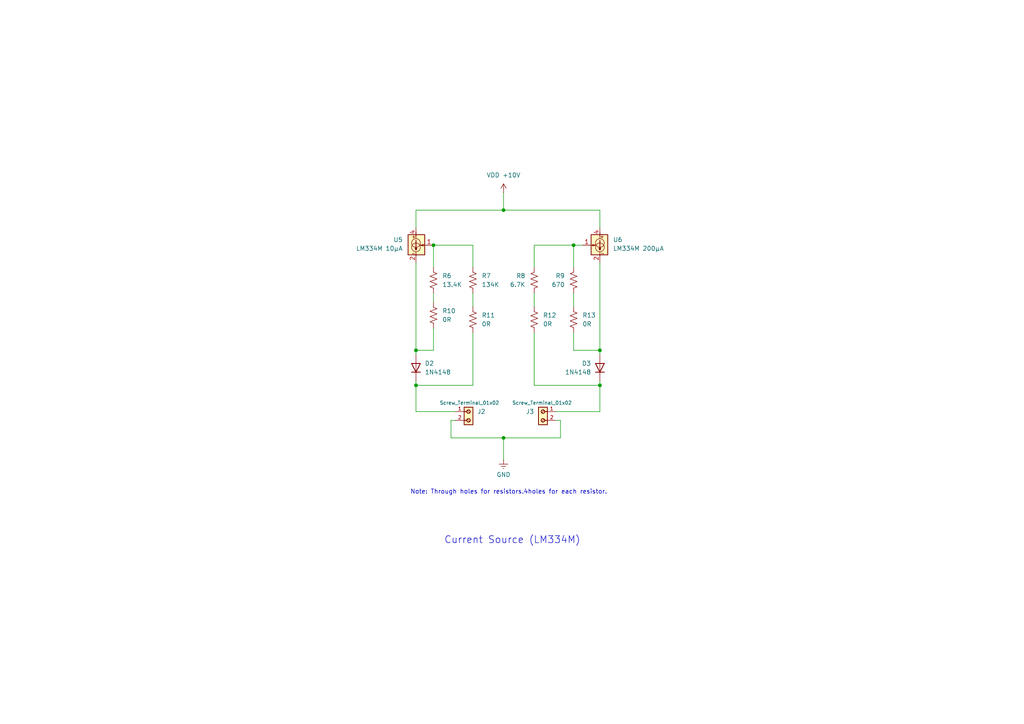
<source format=kicad_sch>
(kicad_sch (version 20250114) (generator "eeschema") (generator_version "9.0")
  (paper "A4")
  (lib_symbols
    (symbol "Device:R_US" (pin_numbers (hide yes)) (pin_names (offset 0))
      (property "Reference" "R" (at 2.54 0 90))
      (property "Value" "R_US" (at -2.54 0 90))
      (symbol "R_US_0_1"
        (polyline (pts (xy 0 2.286) (xy 0 2.54)))
        (polyline (pts (xy 0 2.286) (xy 1.016 1.905) (xy 0 1.524) (xy -1.016 1.143) (xy 0 0.762)))
        (polyline (pts (xy 0 0.762) (xy 1.016 0.381) (xy 0 0) (xy -1.016 -0.381) (xy 0 -0.762)))
        (polyline (pts (xy 0 -0.762) (xy 1.016 -1.143) (xy 0 -1.524) (xy -1.016 -1.905) (xy 0 -2.286)))
        (polyline (pts (xy 0 -2.286) (xy 0 -2.54)))
      )
      (symbol "R_US_1_1"
        (pin passive line (at 0 3.81 270) (length 1.27) (name "~") (number "1"))
        (pin passive line (at 0 -3.81 90) (length 1.27) (name "~") (number "2"))
      )
    )
    (symbol "Diode:1N4148" (pin_numbers (hide yes)) (pin_names (hide yes))
      (property "Reference" "D" (at 0 2.54 0))
      (property "Value" "1N4148" (at 0 -2.54 0))
      (symbol "1N4148_0_1"
        (polyline (pts (xy -1.27 1.27) (xy -1.27 -1.27)) (stroke (width 0.254)))
        (polyline (pts (xy 1.27 1.27) (xy 1.27 -1.27) (xy -1.27 0) (xy 1.27 1.27)) (stroke (width 0.254)))
        (polyline (pts (xy 1.27 0) (xy -1.27 0)))
      )
      (symbol "1N4148_1_1"
        (pin passive line (at -3.81 0 0) (length 2.54) (name "K") (number "1"))
        (pin passive line (at 3.81 0 180) (length 2.54) (name "A") (number "2"))
      )
    )
    (symbol "Earr_loggy_sym_lib:691137710002" (pin_names (offset 1.016))
      (property "Reference" "J" (at -4.88 -0.922 0))
      (property "Value" "691137710002" (at -4.83 -2.58 0))
      (symbol "691137710002_0_0"
        (rectangle (start -3.81 -2.54) (end 1.27 0) (stroke (width 0.254)) (fill (type background)))
        (circle (center -2.54 -1.27) (radius 0.508) (stroke (width 0.254)))
        (polyline (pts (xy -2.54 -1.778) (xy -2.54 -2.54)) (stroke (width 0.254)))
        (polyline (pts (xy -2.286 -1.016) (xy -2.794 -1.524)) (stroke (width 0.1524)))
        (circle (center 0 -1.27) (radius 0.508) (stroke (width 0.254)))
        (polyline (pts (xy 0 -1.778) (xy 0 -2.54)) (stroke (width 0.254)))
        (polyline (pts (xy 0.254 -1.016) (xy -0.254 -1.524)) (stroke (width 0.1524)))
        (pin passive line (at -2.54 -5.08 90) (length 2.54) (name "~") (number "1"))
        (pin passive line (at 0 -5.08 90) (length 2.54) (name "~") (number "2"))
      )
    )
    (symbol "Reference_Current:LM334M"
      (property "Reference" "U" (at 0.635 6.35 0))
      (property "Value" "LM334M" (at 0.635 4.445 0))
      (symbol "LM334M_0_1"
        (rectangle (start -2.286 3.048) (end 2.54 -2.794) (stroke (width 0.254)) (fill (type background)))
        (polyline (pts (xy -1.143 -2.413) (xy -0.381 -2.413)))
        (polyline (pts (xy -1.016 2.413) (xy -0.254 2.413)))
        (polyline (pts (xy -0.635 2.794) (xy -0.635 2.032)))
        (polyline (pts (xy 0 3.81) (xy 0 1.905)))
        (polyline (pts (xy 0 1.397) (xy 0 -1.397)) (stroke (width 0.254)))
        (circle (center 0 0.635) (radius 1.27))
        (circle (center 0 -0.635) (radius 1.27))
        (polyline (pts (xy 0 -1.397) (xy -0.254 -0.889) (xy 0.254 -0.889) (xy 0 -1.397)) (stroke (width 0.254)))
        (polyline (pts (xy 0 -1.905) (xy 0 -3.175)))
        (polyline (pts (xy 1.27 0) (xy 2.159 0.254) (xy 2.159 -0.254) (xy 1.27 0)))
        (polyline (pts (xy 5.08 0) (xy 1.27 0)))
      )
      (symbol "LM334M_1_1"
        (pin passive line (at 0 5.08 270) (length 2.54) (name "~") (number "4"))
        (pin passive line (at 0 -5.08 90) (length 2.54) (name "~") (number "2"))
        (pin passive line (at 0 -5.08 90) (length 2.54) (hide yes) (name "~") (number "3"))
        (pin passive line (at 0 -5.08 90) (length 2.54) (hide yes) (name "~") (number "6"))
        (pin passive line (at 0 -5.08 90) (length 2.54) (hide yes) (name "~") (number "7"))
        (pin passive line (at 5.08 0 180) (length 2.54) (name "~") (number "1"))
      )
    )
    (symbol "power:Earth" (power) (pin_numbers (hide yes)) (pin_names (offset 0) (hide yes))
      (property "Value" "Earth" (at 0 -3.81 0))
      (symbol "Earth_0_1"
        (polyline (pts (xy -0.635 -1.905) (xy 0.635 -1.905)))
        (polyline (pts (xy -0.127 -2.54) (xy 0.127 -2.54)))
        (polyline (pts (xy 0 -1.27) (xy 0 0)))
        (polyline (pts (xy 1.27 -1.27) (xy -1.27 -1.27)))
      )
      (symbol "Earth_1_1"
        (pin power_in line (at 0 0 270) (length 0) (name "~") (number "1"))
      )
    )
    (symbol "power:VDD" (power) (pin_numbers (hide yes)) (pin_names (offset 0) (hide yes))
      (property "Value" "VDD" (at 0 3.556 0))
      (symbol "VDD_0_1"
        (polyline (pts (xy -0.762 1.27) (xy 0 2.54)))
        (polyline (pts (xy 0 2.54) (xy 0.762 1.27)))
        (polyline (pts (xy 0 0) (xy 0 2.54)))
      )
      (symbol "VDD_1_1"
        (pin power_in line (at 0 0 90) (length 0) (name "~") (number "1"))
      )
    )
  )
  (text "Note: Through holes for resistors.4holes for each resistor." (at 147.574 142.748 0) (effects (font (size 1.27 1.27))))
  (text "Current Source (LM334M)" (at 148.59 156.718 0) (effects (font (size 2.032 2.032))))
  (junction (at 173.99 111.76))
  (junction (at 120.65 111.76))
  (junction (at 146.05 60.96))
  (junction (at 173.99 101.6))
  (junction (at 166.37 71.12))
  (junction (at 120.65 101.6))
  (junction (at 146.05 127))
  (junction (at 125.73 71.12))
  (wire (pts (xy 130.81 127) (xy 146.05 127)))
  (wire (pts (xy 154.94 71.12) (xy 154.94 77.47)))
  (wire (pts (xy 146.05 60.96) (xy 173.99 60.96)))
  (wire (pts (xy 125.73 71.12) (xy 137.16 71.12)))
  (wire (pts (xy 146.05 55.88) (xy 146.05 60.96)))
  (wire (pts (xy 146.05 133.35) (xy 146.05 127)))
  (wire (pts (xy 125.73 101.6) (xy 120.65 101.6)))
  (wire (pts (xy 137.16 111.76) (xy 137.16 96.52)))
  (wire (pts (xy 120.65 111.76) (xy 120.65 119.38)))
  (wire (pts (xy 125.73 95.25) (xy 125.73 101.6)))
  (wire (pts (xy 154.94 96.52) (xy 154.94 111.76)))
  (wire (pts (xy 120.65 111.76) (xy 137.16 111.76)))
  (wire (pts (xy 120.65 60.96) (xy 120.65 66.04)))
  (wire (pts (xy 120.65 101.6) (xy 120.65 102.87)))
  (wire (pts (xy 154.94 85.09) (xy 154.94 88.9)))
  (wire (pts (xy 120.65 60.96) (xy 146.05 60.96)))
  (wire (pts (xy 173.99 111.76) (xy 173.99 119.38)))
  (wire (pts (xy 130.81 121.92) (xy 132.08 121.92)))
  (wire (pts (xy 166.37 101.6) (xy 173.99 101.6)))
  (wire (pts (xy 125.73 71.12) (xy 125.73 77.47)))
  (wire (pts (xy 137.16 71.12) (xy 137.16 77.47)))
  (wire (pts (xy 146.05 127) (xy 162.56 127)))
  (wire (pts (xy 168.91 71.12) (xy 166.37 71.12)))
  (wire (pts (xy 166.37 71.12) (xy 154.94 71.12)))
  (wire (pts (xy 161.29 119.38) (xy 173.99 119.38)))
  (wire (pts (xy 173.99 60.96) (xy 173.99 66.04)))
  (wire (pts (xy 162.56 121.92) (xy 161.29 121.92)))
  (wire (pts (xy 120.65 101.6) (xy 120.65 76.2)))
  (wire (pts (xy 125.73 85.09) (xy 125.73 87.63)))
  (wire (pts (xy 166.37 101.6) (xy 166.37 96.52)))
  (wire (pts (xy 166.37 88.9) (xy 166.37 85.09)))
  (wire (pts (xy 173.99 101.6) (xy 173.99 102.87)))
  (wire (pts (xy 154.94 111.76) (xy 173.99 111.76)))
  (wire (pts (xy 130.81 121.92) (xy 130.81 127)))
  (wire (pts (xy 120.65 119.38) (xy 132.08 119.38)))
  (wire (pts (xy 173.99 76.2) (xy 173.99 101.6)))
  (wire (pts (xy 162.56 127) (xy 162.56 121.92)))
  (wire (pts (xy 137.16 88.9) (xy 137.16 85.09)))
  (wire (pts (xy 120.65 110.49) (xy 120.65 111.76)))
  (wire (pts (xy 166.37 71.12) (xy 166.37 77.47)))
  (wire (pts (xy 173.99 110.49) (xy 173.99 111.76)))
  (symbol (lib_id "Device:R_US") (at 125.73 91.44 180) (unit 1)
    (property "Reference" "R10" (at 128.27 90.1699 0) (effects (justify right)))
    (property "Value" "0R" (at 128.27 92.7099 0) (effects (justify right)))
    (property "Footprint" "Resistor_THT:R_Axial_DIN0207_L6.3mm_D2.5mm_P10.16mm_Horizontal" (effects (hide yes)))
    (property "Description" "Resistor, US symbol" (effects (hide yes)))
  )
  (symbol (lib_id "Diode:1N4148") (at 120.65 106.68 90) (unit 1)
    (property "Reference" "D2" (at 123.19 105.4099 90) (effects (justify right)))
    (property "Value" "1N4148" (at 123.19 107.9499 90) (effects (justify right)))
    (property "Footprint" "Diode_THT:D_DO-35_SOD27_P7.62mm_Horizontal" (effects (hide yes)))
    (property "Datasheet" "https://assets.nexperia.com/documents/data-sheet/1N4148_1N4448.pdf" (effects (hide yes)))
    (property "Description" "100V 0.15A standard switching diode, DO-35" (effects (hide yes)))
    (property "Sim.Device" "D" (effects (hide yes)))
    (property "Sim.Pins" "1=K 2=A" (effects (hide yes)))
  )
  (symbol (lib_id "Device:R_US") (at 154.94 81.28 0) (mirror y) (unit 1)
    (property "Reference" "R8" (at 152.4 80.0099 0) (effects (justify left)))
    (property "Value" "6.7K" (at 152.4 82.5499 0) (effects (justify left)))
    (property "Footprint" "Resistor_THT:R_Axial_DIN0207_L6.3mm_D2.5mm_P10.16mm_Horizontal" (effects (hide yes)))
    (property "Description" "Resistor, US symbol" (effects (hide yes)))
  )
  (symbol (lib_id "Reference_Current:LM334M") (at 173.99 71.12 0) (mirror y) (unit 1)
    (property "Reference" "U6" (at 177.8 69.5324 0) (effects (justify right)))
    (property "Value" "LM334M 200 µA" (at 177.8 72.0724 0) (effects (justify right)))
    (property "Footprint" "Package_SO:SOIC-8_3.9x4.9mm_P1.27mm" (effects (hide yes)))
    (property "Datasheet" "http://www.ti.com/lit/ds/symlink/lm134.pdf" (effects (hide yes)))
    (property "Description" "1μA to 10mA 3-Terminal Adjustable Current Source, SO-8" (effects (hide yes)))
  )
  (symbol (lib_id "Device:R_US") (at 166.37 92.71 180) (unit 1)
    (property "Reference" "R13" (at 168.91 91.4399 0) (effects (justify right)))
    (property "Value" "0R" (at 168.91 93.9799 0) (effects (justify right)))
    (property "Footprint" "Resistor_THT:R_Axial_DIN0207_L6.3mm_D2.5mm_P10.16mm_Horizontal" (effects (hide yes)))
    (property "Description" "Resistor, US symbol" (effects (hide yes)))
  )
  (symbol (lib_id "power:VDD") (at 146.05 55.88 0) (unit 1)
    (property "Reference" "#PWR01" (effects (hide yes)))
    (property "Value" "VDD +10V" (at 146.05 50.8 0))
    (property "Description" "Power symbol creates a global label with name \"VDD\"" (effects (hide yes)))
  )
  (symbol (lib_id "Device:R_US") (at 125.73 81.28 180) (unit 1)
    (property "Reference" "R6" (at 128.27 80.0099 0) (effects (justify right)))
    (property "Value" "13.4K" (at 128.27 82.5499 0) (effects (justify right)))
    (property "Footprint" "Resistor_THT:R_Axial_DIN0207_L6.3mm_D2.5mm_P10.16mm_Horizontal" (effects (hide yes)))
    (property "Description" "Resistor, US symbol" (effects (hide yes)))
  )
  (symbol (lib_id "Device:R_US") (at 166.37 81.28 0) (mirror x) (unit 1)
    (property "Reference" "R9" (at 163.83 80.0099 0) (effects (justify right)))
    (property "Value" "670" (at 163.83 82.5499 0) (effects (justify right)))
    (property "Footprint" "Resistor_THT:R_Axial_DIN0207_L6.3mm_D2.5mm_P10.16mm_Horizontal" (effects (hide yes)))
    (property "Description" "Resistor, US symbol" (effects (hide yes)))
  )
  (symbol (lib_id "power:Earth") (at 146.05 133.35 0) (unit 1)
    (property "Reference" "#PWR026" (effects (hide yes)))
    (property "Value" "GND" (at 146.05 137.668 0))
    (property "Description" "Power symbol creates a global label with name \"Earth\"" (effects (hide yes)))
  )
  (symbol (lib_id "Diode:1N4148") (at 173.99 106.68 270) (mirror x) (unit 1)
    (property "Reference" "D3" (at 171.45 105.4099 90) (effects (justify right)))
    (property "Value" "1N4148" (at 171.45 107.9499 90) (effects (justify right)))
    (property "Footprint" "Diode_THT:D_DO-35_SOD27_P7.62mm_Horizontal" (effects (hide yes)))
    (property "Datasheet" "https://assets.nexperia.com/documents/data-sheet/1N4148_1N4448.pdf" (effects (hide yes)))
    (property "Description" "100V 0.15A standard switching diode, DO-35" (effects (hide yes)))
    (property "Sim.Device" "D" (effects (hide yes)))
    (property "Sim.Pins" "1=K 2=A" (effects (hide yes)))
  )
  (symbol (lib_id "Earr_loggy_sym_lib:691137710002") (at 156.21 121.92 90) (mirror x) (unit 1)
    (property "Reference" "J3" (at 154.94 119.3799 90) (effects (justify left)))
    (property "Value" "Screw_Terminal_01x02" (at 165.862 116.84 90) (effects (font (size 1.016 1.016)) (justify left)))
    (property "Footprint" "kicad_footprint-library-engg3800-alvin:691137710002" (effects (hide yes)))
  )
  (symbol (lib_id "Reference_Current:LM334M") (at 120.65 71.12 0) (unit 1)
    (property "Reference" "U5" (at 116.84 69.5324 0) (effects (justify right)))
    (property "Value" "LM334M 10 µA" (at 116.84 72.0724 0) (effects (justify right)))
    (property "Footprint" "Package_SO:SOIC-8_3.9x4.9mm_P1.27mm" (effects (hide yes)))
    (property "Datasheet" "http://www.ti.com/lit/ds/symlink/lm134.pdf" (effects (hide yes)))
    (property "Description" "1μA to 10mA 3-Terminal Adjustable Current Source, SO-8" (effects (hide yes)))
  )
  (symbol (lib_id "Device:R_US") (at 137.16 81.28 180) (unit 1)
    (property "Reference" "R7" (at 139.7 80.0099 0) (effects (justify right)))
    (property "Value" "134K" (at 139.7 82.5499 0) (effects (justify right)))
    (property "Footprint" "Resistor_THT:R_Axial_DIN0207_L6.3mm_D2.5mm_P10.16mm_Horizontal" (effects (hide yes)))
    (property "Description" "Resistor, US symbol" (effects (hide yes)))
  )
  (symbol (lib_id "Earr_loggy_sym_lib:691137710002") (at 137.16 121.92 270) (unit 1)
    (property "Reference" "J2" (at 138.43 119.3799 90) (effects (justify left)))
    (property "Value" "Screw_Terminal_01x02" (at 127.508 116.84 90) (effects (font (size 1.016 1.016)) (justify left)))
    (property "Footprint" "kicad_footprint-library-engg3800-alvin:691137710002" (effects (hide yes)))
  )
  (symbol (lib_id "Device:R_US") (at 154.94 92.71 180) (unit 1)
    (property "Reference" "R12" (at 157.48 91.4399 0) (effects (justify right)))
    (property "Value" "0R" (at 157.48 93.9799 0) (effects (justify right)))
    (property "Footprint" "Resistor_THT:R_Axial_DIN0207_L6.3mm_D2.5mm_P10.16mm_Horizontal" (effects (hide yes)))
    (property "Description" "Resistor, US symbol" (effects (hide yes)))
  )
  (symbol (lib_id "Device:R_US") (at 137.16 92.71 180) (unit 1)
    (property "Reference" "R11" (at 139.7 91.4399 0) (effects (justify right)))
    (property "Value" "0R" (at 139.7 93.9799 0) (effects (justify right)))
    (property "Footprint" "Resistor_THT:R_Axial_DIN0207_L6.3mm_D2.5mm_P10.16mm_Horizontal" (effects (hide yes)))
    (property "Description" "Resistor, US symbol" (effects (hide yes)))
  )
)
</source>
